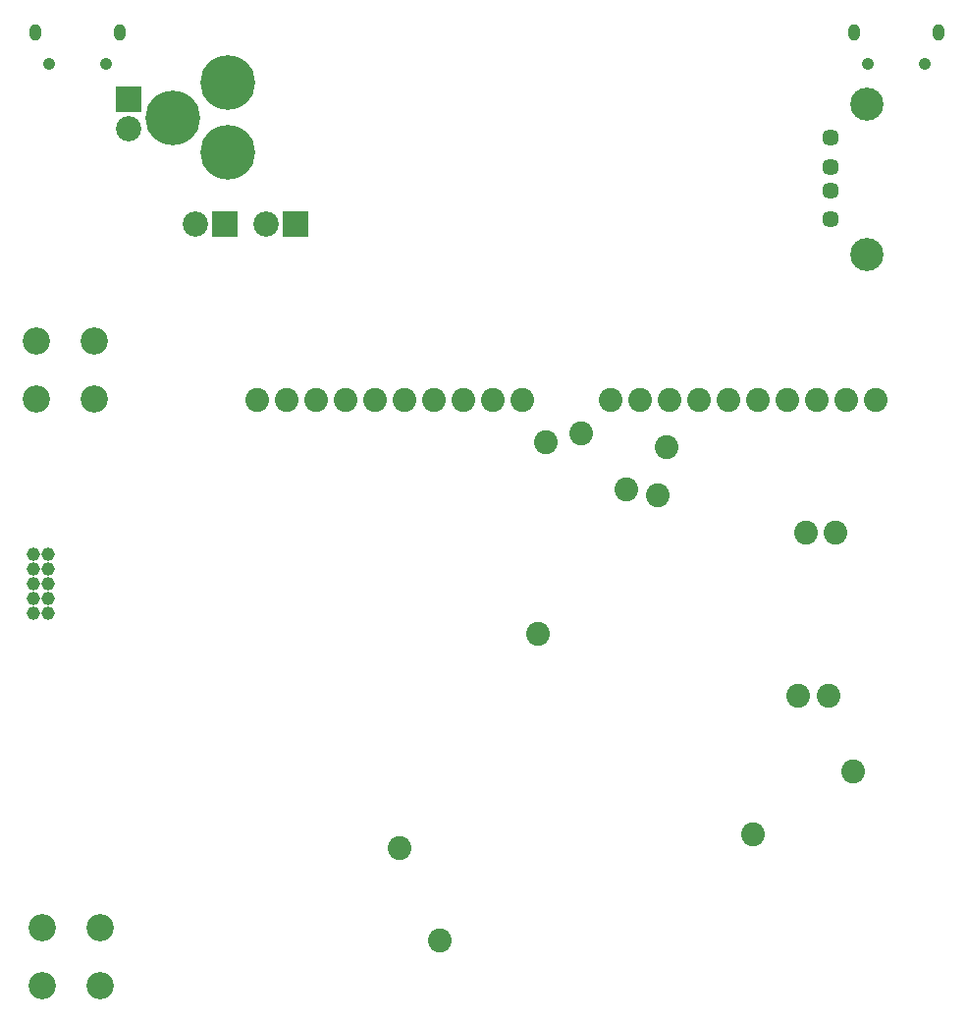
<source format=gbr>
G04 #@! TF.FileFunction,Soldermask,Bot*
%FSLAX46Y46*%
G04 Gerber Fmt 4.6, Leading zero omitted, Abs format (unit mm)*
G04 Created by KiCad (PCBNEW 0.201505312246+5692~23~ubuntu14.04.1-product) date Mon 01 Jun 2015 02:51:44 AM PDT*
%MOMM*%
G01*
G04 APERTURE LIST*
%ADD10C,0.100000*%
%ADD11C,1.452400*%
%ADD12C,2.852400*%
%ADD13O,1.052400X1.452400*%
%ADD14C,1.052400*%
%ADD15C,2.352400*%
%ADD16R,2.184400X2.184400*%
%ADD17O,2.184400X2.184400*%
%ADD18C,4.724400*%
%ADD19C,1.168400*%
%ADD20C,2.052400*%
G04 APERTURE END LIST*
D10*
D11*
X125660000Y-147590000D03*
X125660000Y-145090000D03*
X125660000Y-149590000D03*
X125660000Y-152090000D03*
D12*
X128760000Y-142140000D03*
X128760000Y-155090000D03*
D13*
X127693000Y-136017000D03*
X134943000Y-136017000D03*
D14*
X128893000Y-138667000D03*
X133743000Y-138667000D03*
D15*
X57190000Y-167600000D03*
X62190000Y-167600000D03*
X57190000Y-162600000D03*
X62190000Y-162600000D03*
D16*
X79502000Y-152527000D03*
D17*
X76962000Y-152527000D03*
D18*
X73660000Y-146334480D03*
X73660000Y-140335000D03*
X68961000Y-143334740D03*
D16*
X73406000Y-152527000D03*
D17*
X70866000Y-152527000D03*
D13*
X57081000Y-136017000D03*
X64331000Y-136017000D03*
D14*
X58281000Y-138667000D03*
X63131000Y-138667000D03*
D16*
X65151000Y-141732000D03*
D17*
X65151000Y-144272000D03*
D19*
X58166000Y-186055000D03*
X56896000Y-186055000D03*
X58166000Y-184785000D03*
X56896000Y-184785000D03*
X58166000Y-183515000D03*
X56896000Y-183515000D03*
X58166000Y-182245000D03*
X56896000Y-182245000D03*
X58166000Y-180975000D03*
X56896000Y-180975000D03*
D15*
X57698000Y-218146000D03*
X62698000Y-218146000D03*
X57698000Y-213146000D03*
X62698000Y-213146000D03*
D20*
X76200000Y-167640000D03*
X83820000Y-167640000D03*
X88900000Y-167640000D03*
X111506000Y-171704000D03*
X86360000Y-167640000D03*
X91440000Y-167640000D03*
X93980000Y-167640000D03*
X81280000Y-167640000D03*
X78740000Y-167640000D03*
X121920000Y-167640000D03*
X124460000Y-167640000D03*
X111760000Y-167640000D03*
X109220000Y-167640000D03*
X114300000Y-167640000D03*
X116840000Y-167640000D03*
X119380000Y-167640000D03*
X101092000Y-171323000D03*
X104140000Y-170561000D03*
X106680000Y-167640000D03*
X110731300Y-175895000D03*
X126111000Y-179070000D03*
X122872500Y-193103500D03*
X127000000Y-167640000D03*
X125476000Y-193103500D03*
X96520000Y-167640000D03*
X100406200Y-187807600D03*
X91948000Y-214185500D03*
X108077000Y-175387000D03*
X127635000Y-199644000D03*
X123571000Y-179070000D03*
X118999000Y-205105000D03*
X88519000Y-206248000D03*
X99060000Y-167640000D03*
X129540000Y-167640000D03*
M02*

</source>
